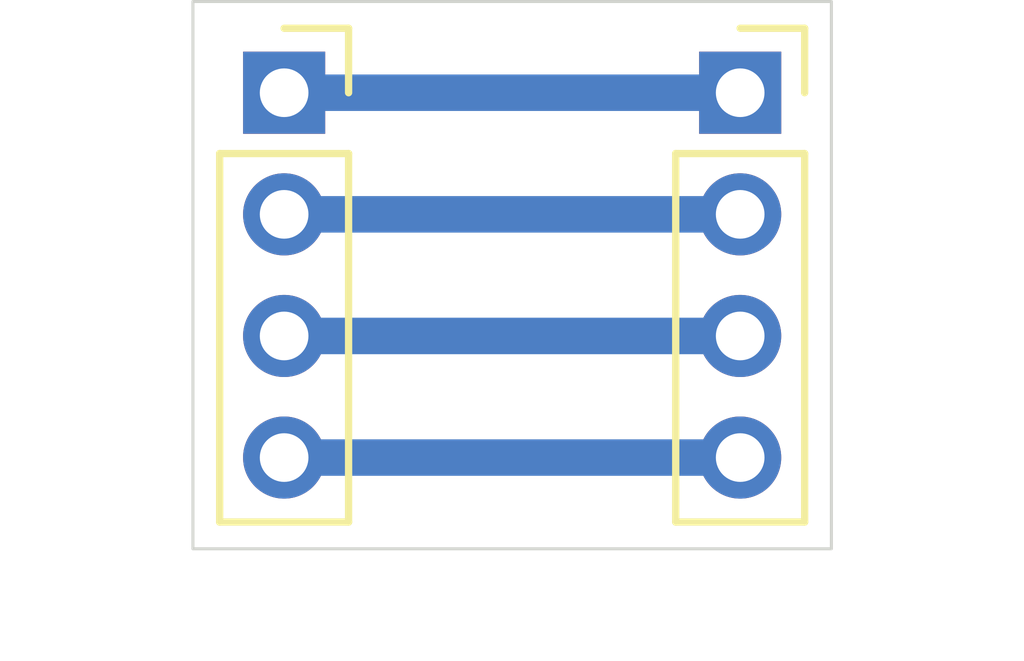
<source format=kicad_pcb>
(kicad_pcb (version 20211014) (generator pcbnew)
  (layers (0 "F.Cu" signal) (31 "B.Cu" signal) (34 "B.Paste" user) (35 "F.Paste" user) (36 "B.SilkS" user "B.Silkscreen") (37 "F.SilkS" user "F.Silkscreen") (38 "B.Mask" user) (39 "F.Mask" user) (44 "Edge.Cuts" user))
  (net 0 "")
  (net 1 "Net-(J1-Pad1)")
  (net 2 "Net-(J1-Pad2)")
  (net 3 "Net-(J1-Pad3)")
  (net 4 "Net-(J1-Pad4)")
  (footprint "Connector_PinSocket_2.00mm:PinSocket_1x04_P2.00mm_Vertical" (layer "F.Cu") (at 0 0)
    (fp_text reference "J1" hide)
    (fp_text value "Conn_01x04")
    (fp_line (start 0 -1.06) (end 1.06 -1.06) (layer "F.SilkS") (width 0.12))
    (fp_line (start 1.06 -1.06) (end 1.06 0) (layer "F.SilkS") (width 0.12))
    (fp_line (start -1.06 1) (end 1.06 1) (layer "F.SilkS") (width 0.12))
    (fp_line (start 1.06 1) (end 1.06 7.06) (layer "F.SilkS") (width 0.12))
    (fp_line (start -1.06 7.06) (end 1.06 7.06) (layer "F.SilkS") (width 0.12))
    (fp_line (start -1.06 1) (end -1.06 7.06) (layer "F.SilkS") (width 0.12))
    (pad "1" thru_hole rect locked (at 0 0) (size 1.35 1.35) (drill 0.8) (layers *.Cu *.Mask) (net 1 "Net-(J1-Pad1)"))
    (pad "2" thru_hole oval locked (at 0 2) (size 1.35 1.35) (drill 0.8) (layers *.Cu *.Mask) (net 2 "Net-(J1-Pad2)"))
    (pad "3" thru_hole oval locked (at 0 4) (size 1.35 1.35) (drill 0.8) (layers *.Cu *.Mask) (net 3 "Net-(J1-Pad3)"))
    (pad "4" thru_hole oval locked (at 0 6) (size 1.35 1.35) (drill 0.8) (layers *.Cu *.Mask) (net 4 "Net-(J1-Pad4)"))
  )
  (footprint "Connector_PinSocket_2.00mm:PinSocket_1x04_P2.00mm_Vertical" (layer "F.Cu") (at 7.5 0)
    (fp_text reference "J2" hide)
    (fp_text value "Conn_01x04")
    (fp_line (start -1.06 7.06) (end 1.06 7.06) (layer "F.SilkS") (width 0.12))
    (fp_line (start 0 -1.06) (end 1.06 -1.06) (layer "F.SilkS") (width 0.12))
    (fp_line (start 1.06 -1.06) (end 1.06 0) (layer "F.SilkS") (width 0.12))
    (fp_line (start 1.06 1) (end 1.06 7.06) (layer "F.SilkS") (width 0.12))
    (fp_line (start -1.06 1) (end 1.06 1) (layer "F.SilkS") (width 0.12))
    (fp_line (start -1.06 1) (end -1.06 7.06) (layer "F.SilkS") (width 0.12))
    (pad "1" thru_hole rect locked (at 0 0) (size 1.35 1.35) (drill 0.8) (layers *.Cu *.Mask) (net 1 "Net-(J1-Pad1)"))
    (pad "2" thru_hole oval locked (at 0 2) (size 1.35 1.35) (drill 0.8) (layers *.Cu *.Mask) (net 2 "Net-(J1-Pad2)"))
    (pad "3" thru_hole oval locked (at 0 4) (size 1.35 1.35) (drill 0.8) (layers *.Cu *.Mask) (net 3 "Net-(J1-Pad3)"))
    (pad "4" thru_hole oval locked (at 0 6) (size 1.35 1.35) (drill 0.8) (layers *.Cu *.Mask) (net 4 "Net-(J1-Pad4)"))
  )
  (gr_rect (start -1.5 -1.5) (end 9 7.5) (layer "Edge.Cuts") (width 0.05) (fill none))
  (segment (start 0 0) (end 7.5 0) (width 0.6) (layer "B.Cu") (net 1))
  (segment (start 0 2) (end 7.5 2) (width 0.6) (layer "B.Cu") (net 2))
  (segment (start 0 4) (end 7.5 4) (width 0.6) (layer "B.Cu") (net 3))
  (segment (start 0 6) (end 7.5 6) (width 0.6) (layer "B.Cu") (net 4))
)
</source>
